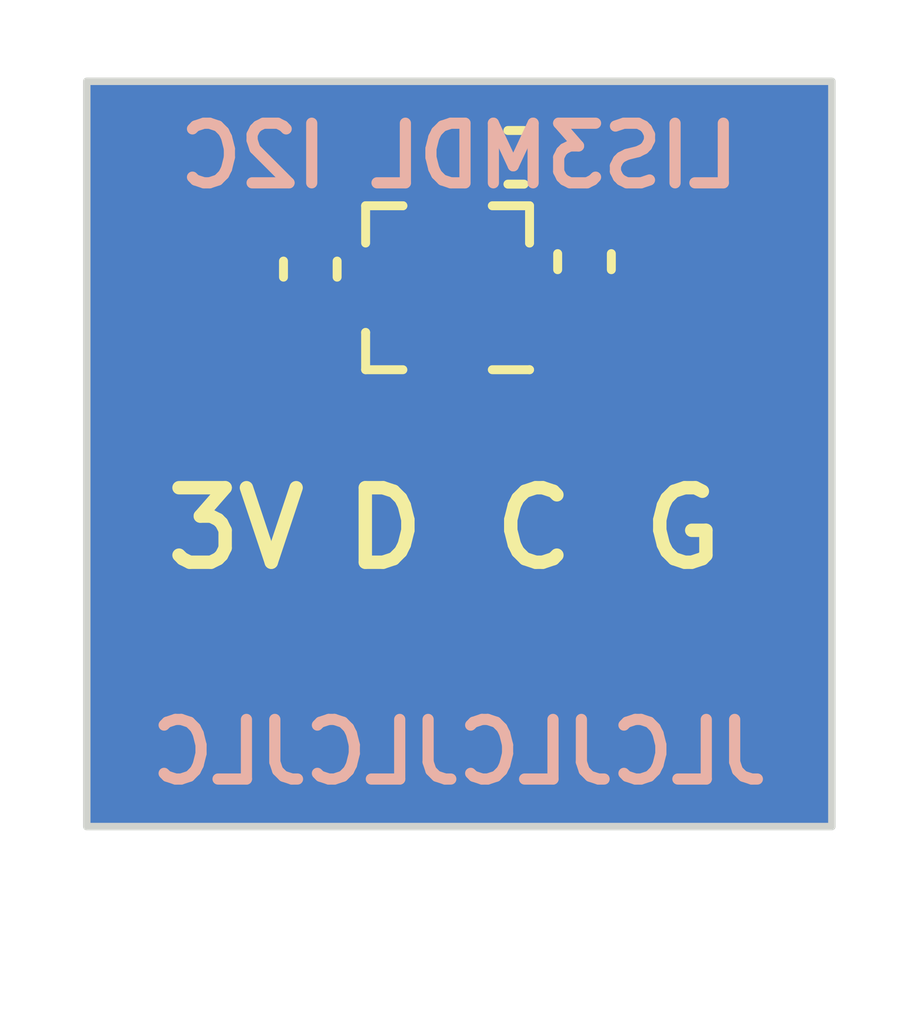
<source format=kicad_pcb>
(kicad_pcb (version 20221018) (generator pcbnew)
  (layers (0 "F.Cu" signal) (31 "B.Cu" signal) (34 "B.Paste" user) (35 "F.Paste" user) (36 "B.SilkS" user "B.Silkscreen") (37 "F.SilkS" user "F.Silkscreen") (38 "B.Mask" user) (39 "F.Mask" user) (44 "Edge.Cuts" user))
  (net 0 "")
  (net 1 "GND")
  (net 2 "Net-(U1-C1)")
  (net 3 "+3V3")
  (net 6 "Net-(J2-Pin_1)")
  (net 7 "Net-(J3-Pin_1)")
  (footprint "Package_LGA:LGA-12_2x2mm_P0.5mm" (layer "F.Cu") (at 144.8425 92.77 180)
    (fp_text reference "U1" hide)
    (fp_text value "LIS3MDL")
    (fp_line (start -1.1 -1.1) (end -1.1 -1.1) (stroke (width 0.12)) (layer "F.SilkS"))
    (fp_line (start -1.1 0.6) (end -1.1 0.6) (stroke (width 0.12)) (layer "F.SilkS"))
    (fp_line (start -1.1 1.1) (end -1.1 0.6) (stroke (width 0.12)) (layer "F.SilkS"))
    (fp_line (start -0.6 -1.1) (end -1.1 -1.1) (stroke (width 0.12)) (layer "F.SilkS"))
    (fp_line (start -0.6 1.1) (end -1.1 1.1) (stroke (width 0.12)) (layer "F.SilkS"))
    (fp_line (start 0.6 -1.1) (end 1.1 -1.1) (stroke (width 0.12)) (layer "F.SilkS"))
    (fp_line (start 0.6 1.1) (end 0.6 1.1) (stroke (width 0.12)) (layer "F.SilkS"))
    (fp_line (start 1.1 -1.1) (end 1.1 -0.6) (stroke (width 0.12)) (layer "F.SilkS"))
    (fp_line (start 1.1 -0.6) (end 1.1 -0.6) (stroke (width 0.12)) (layer "F.SilkS"))
    (fp_line (start 1.1 0.6) (end 1.1 1.1) (stroke (width 0.12)) (layer "F.SilkS"))
    (fp_line (start 1.1 1.1) (end 0.6 1.1) (stroke (width 0.12)) (layer "F.SilkS"))
    (pad "1" smd rect (at -0.7625 -0.75 180) (size 0.375 0.35) (layers "F.Cu" "F.Paste" "F.Mask") (net 6 "Net-(J2-Pin_1)"))
    (pad "2" smd rect (at -0.7625 -0.25 180) (size 0.375 0.35) (layers "F.Cu" "F.Paste" "F.Mask") (net 1 "GND"))
    (pad "3" smd rect (at -0.7625 0.25 180) (size 0.375 0.35) (layers "F.Cu" "F.Paste" "F.Mask") (net 1 "GND"))
    (pad "4" smd rect (at -0.7625 0.75 180) (size 0.375 0.35) (layers "F.Cu" "F.Paste" "F.Mask") (net 2 "Net-(U1-C1)"))
    (pad "5" smd rect (at -0.25 0.7625 270) (size 0.375 0.35) (layers "F.Cu" "F.Paste" "F.Mask") (net 3 "+3V3"))
    (pad "6" smd rect (at 0.25 0.7625 270) (size 0.375 0.35) (layers "F.Cu" "F.Paste" "F.Mask") (net 3 "+3V3"))
    (pad "7" smd rect (at 0.7625 0.75 180) (size 0.375 0.35) (layers "F.Cu" "F.Paste" "F.Mask"))
    (pad "8" smd rect (at 0.7625 0.25 180) (size 0.375 0.35) (layers "F.Cu" "F.Paste" "F.Mask"))
    (pad "9" smd rect (at 0.7625 -0.25 180) (size 0.375 0.35) (layers "F.Cu" "F.Paste" "F.Mask") (net 1 "GND"))
    (pad "10" smd rect (at 0.7625 -0.75 180) (size 0.375 0.35) (layers "F.Cu" "F.Paste" "F.Mask") (net 3 "+3V3"))
    (pad "11" smd rect (at 0.25 -0.7625 270) (size 0.375 0.35) (layers "F.Cu" "F.Paste" "F.Mask") (net 7 "Net-(J3-Pin_1)"))
    (pad "12" smd rect (at -0.25 -0.7625 270) (size 0.375 0.35) (layers "F.Cu" "F.Paste" "F.Mask") (net 1 "GND"))
  )
  (footprint "Capacitor_SMD:C_0402_1005Metric" (layer "F.Cu") (at 145.76 91.02)
    (fp_text reference "C2" hide)
    (fp_text value "100n")
    (fp_line (start -0.107836 -0.36) (end 0.107836 -0.36) (stroke (width 0.12)) (layer "F.SilkS"))
    (fp_line (start -0.107836 0.36) (end 0.107836 0.36) (stroke (width 0.12)) (layer "F.SilkS"))
    (pad "1" smd roundrect (at -0.48 0) (size 0.56 0.62) (layers "F.Cu" "F.Paste" "F.Mask") (net 3 "+3V3"))
    (pad "2" smd roundrect (at 0.48 0) (size 0.56 0.62) (layers "F.Cu" "F.Paste" "F.Mask") (net 1 "GND"))
  )
  (footprint "footprints:smallpad" (layer "F.Cu") (at 148 98 90)
    (fp_text reference "J4" hide)
    (fp_text value "Conn_01x01")
    (pad "1" smd roundrect (at 0 0 90) (size 2.5 1.5) (layers "F.Cu" "F.Paste" "F.Mask") (net 1 "GND"))
  )
  (footprint "footprints:smallpad" (layer "F.Cu") (at 144 98 90)
    (fp_text reference "J3" hide)
    (fp_text value "Conn_01x01")
    (pad "1" smd roundrect (at 0 0 90) (size 2.5 1.5) (layers "F.Cu" "F.Paste" "F.Mask") (net 7 "Net-(J3-Pin_1)"))
  )
  (footprint "Capacitor_SMD:C_0402_1005Metric" (layer "F.Cu") (at 146.68 92.42 -90)
    (fp_text reference "C1" hide)
    (fp_text value "100n")
    (fp_line (start -0.107836 -0.36) (end 0.107836 -0.36) (stroke (width 0.12)) (layer "F.SilkS"))
    (fp_line (start -0.107836 0.36) (end 0.107836 0.36) (stroke (width 0.12)) (layer "F.SilkS"))
    (pad "1" smd roundrect (at -0.48 0 270) (size 0.56 0.62) (layers "F.Cu" "F.Paste" "F.Mask") (net 2 "Net-(U1-C1)"))
    (pad "2" smd roundrect (at 0.48 0 270) (size 0.56 0.62) (layers "F.Cu" "F.Paste" "F.Mask") (net 1 "GND"))
  )
  (footprint "footprints:smallpad" (layer "F.Cu") (at 146 98 90)
    (fp_text reference "J2" hide)
    (fp_text value "Conn_01x01")
    (pad "1" smd roundrect (at 0 0 90) (size 2.5 1.5) (layers "F.Cu" "F.Paste" "F.Mask") (net 6 "Net-(J2-Pin_1)"))
  )
  (footprint "Capacitor_SMD:C_0402_1005Metric" (layer "F.Cu") (at 143 92.52 -90)
    (fp_text reference "C4" hide)
    (fp_text value "1u")
    (fp_line (start -0.107836 -0.36) (end 0.107836 -0.36) (stroke (width 0.12)) (layer "F.SilkS"))
    (fp_line (start -0.107836 0.36) (end 0.107836 0.36) (stroke (width 0.12)) (layer "F.SilkS"))
    (pad "1" smd roundrect (at -0.48 0 270) (size 0.56 0.62) (layers "F.Cu" "F.Paste" "F.Mask") (net 3 "+3V3"))
    (pad "2" smd roundrect (at 0.48 0 270) (size 0.56 0.62) (layers "F.Cu" "F.Paste" "F.Mask") (net 1 "GND"))
  )
  (footprint "footprints:smallpad" (layer "F.Cu") (at 142 98 90)
    (fp_text reference "J1" hide)
    (fp_text value "Conn_01x01")
    (pad "1" smd roundrect (at 0 0 90) (size 2.5 1.5) (layers "F.Cu" "F.Paste" "F.Mask") (net 3 "+3V3"))
  )
  (gr_rect (start 140 90) (end 150 100) (stroke (width 0.1)) (fill none) (layer "Edge.Cuts"))
  (gr_text "JLCJLCJLCJLC" (at 145 99) (layer "B.SilkS") (effects (font (size 0.8 0.8)) (justify mirror)))
  (gr_text "LIS3MDL I2C" (at 145 91) (layer "B.SilkS") (effects (font (size 0.8 0.8)) (justify mirror)))
  (gr_text "3V" (at 142 96) (layer "F.SilkS") (effects (font (size 1 1) (thickness 0.18) bold)))
  (gr_text "D" (at 144 96) (layer "F.SilkS") (effects (font (size 1 1) (thickness 0.18) bold)))
  (gr_text "C" (at 146 96) (layer "F.SilkS") (effects (font (size 1 1) (thickness 0.18) bold)))
  (gr_text "G" (at 148 96) (layer "F.SilkS") (effects (font (size 1 1) (thickness 0.18) bold)))
  (segment (start 146.6 92.02) (end 146.68 91.94) (width 0.25) (layer "F.Cu") (net 2))
  (segment (start 145.605 92.02) (end 146.6 92.02) (width 0.25) (layer "F.Cu") (net 2))
  (segment (start 145.28 91.02) (end 143.4 91.02) (width 0.6) (layer "F.Cu") (net 3))
  (segment (start 144.08 93.52) (end 143.48 94.12) (width 0.25) (layer "F.Cu") (net 3))
  (segment (start 143 92.04) (end 143 91.42) (width 0.6) (layer "F.Cu") (net 3))
  (segment (start 143.21 91.21) (end 142.21 92.21) (width 0.6) (layer "F.Cu") (net 3))
  (segment (start 144.6 91.02) (end 145.28 91.02) (width 0.6) (layer "F.Cu") (net 3))
  (segment (start 143.48 94.12) (end 142 94.12) (width 0.25) (layer "F.Cu") (net 3))
  (segment (start 142 94.12) (end 142 92.42) (width 0.6) (layer "F.Cu") (net 3))
  (segment (start 144.5925 92.0075) (end 144.5925 91.0275) (width 0.25) (layer "F.Cu") (net 3))
  (segment (start 142.21 92.21) (end 142 92.42) (width 0.6) (layer "F.Cu") (net 3))
  (segment (start 142.38 92.04) (end 142.21 92.21) (width 0.6) (layer "F.Cu") (net 3))
  (segment (start 144.5925 91.0275) (end 144.6 91.02) (width 0.25) (layer "F.Cu") (net 3))
  (segment (start 142 98) (end 142 94.12) (width 0.6) (layer "F.Cu") (net 3))
  (segment (start 143 92.04) (end 142.38 92.04) (width 0.6) (layer "F.Cu") (net 3))
  (segment (start 143 91.42) (end 143.21 91.21) (width 0.6) (layer "F.Cu") (net 3))
  (segment (start 143.4 91.02) (end 143.21 91.21) (width 0.6) (layer "F.Cu") (net 3))
  (segment (start 145.0925 91.2075) (end 145.28 91.02) (width 0.25) (layer "F.Cu") (net 3))
  (segment (start 145.0925 92.0075) (end 145.0925 91.2075) (width 0.25) (layer "F.Cu") (net 3))
  (segment (start 145.605 97.605) (end 146 98) (width 0.25) (layer "F.Cu") (net 6))
  (segment (start 145.605 93.52) (end 145.605 97.605) (width 0.25) (layer "F.Cu") (net 6))
  (segment (start 144.5925 97.4075) (end 144 98) (width 0.25) (layer "F.Cu") (net 7))
  (segment (start 144.5925 93.5325) (end 144.5925 97.4075) (width 0.25) (layer "F.Cu") (net 7))
  (zone (net 1) (net_name "GND") (layers "F&B.Cu") (connect_pads yes (clearance 0)) (min_thickness 0.25) (fill yes (thermal_gap 0.5) (thermal_bridge_width 0.5) (island_removal_mode 1) (island_area_min 10))
    (polygon (pts (xy 138.835439 100.709075) (xy 139.035439 88.909075) (xy 150.635439 89.309075) (xy 151.135439 100.809075)))
  )
)
</source>
